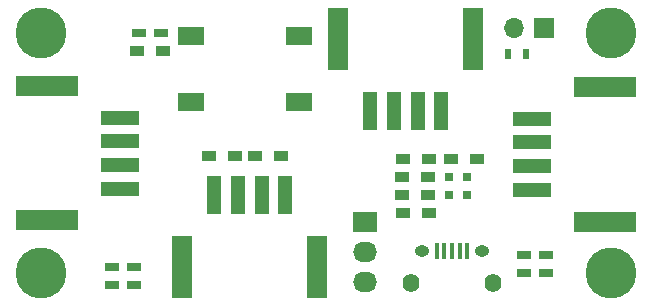
<source format=gts>
G04 #@! TF.FileFunction,Soldermask,Top*
%FSLAX46Y46*%
G04 Gerber Fmt 4.6, Leading zero omitted, Abs format (unit mm)*
G04 Created by KiCad (PCBNEW 4.0.6) date Fri Jul  7 23:07:04 2017*
%MOMM*%
%LPD*%
G01*
G04 APERTURE LIST*
%ADD10C,0.090000*%
%ADD11R,3.200400X1.206500*%
%ADD12R,5.299964X1.700022*%
%ADD13C,4.318000*%
%ADD14R,1.200000X0.750000*%
%ADD15R,2.032000X1.727200*%
%ADD16O,2.032000X1.727200*%
%ADD17R,0.400000X1.350000*%
%ADD18O,1.250000X0.950000*%
%ADD19O,1.422400X1.550000*%
%ADD20R,1.200000X0.900000*%
%ADD21R,2.180000X1.600000*%
%ADD22R,0.797560X0.797560*%
%ADD23R,1.206500X3.200400*%
%ADD24R,1.700022X5.299964*%
%ADD25R,1.700000X1.700000*%
%ADD26O,1.700000X1.700000*%
%ADD27R,0.500000X0.900000*%
G04 APERTURE END LIST*
D10*
D11*
X153342340Y-110456980D03*
X153342340Y-108456984D03*
X153342340Y-106456988D03*
X153342340Y-104456992D03*
D12*
X159512000Y-113157000D03*
X159512000Y-101756972D03*
D13*
X111760000Y-117475000D03*
X111760000Y-97155000D03*
X160020000Y-97155000D03*
D14*
X119634000Y-118491000D03*
X117734000Y-118491000D03*
X119629000Y-116967000D03*
X117729000Y-116967000D03*
X121920000Y-97155000D03*
X120020000Y-97155000D03*
X152654000Y-117475000D03*
X154554000Y-117475000D03*
X152654000Y-115951000D03*
X154554000Y-115951000D03*
D15*
X139192000Y-113157000D03*
D16*
X139192000Y-115697000D03*
X139192000Y-118237000D03*
D17*
X145257100Y-115658460D03*
X145907100Y-115658460D03*
X146557100Y-115658460D03*
X147207100Y-115658460D03*
X147857100Y-115658460D03*
D18*
X144057100Y-115658460D03*
X149057100Y-115658460D03*
D19*
X143057100Y-118358460D03*
X150057100Y-118358460D03*
D20*
X128184000Y-107569000D03*
X125984000Y-107569000D03*
X146474000Y-107823000D03*
X148674000Y-107823000D03*
X129880000Y-107569000D03*
X132080000Y-107569000D03*
X144610000Y-107823000D03*
X142410000Y-107823000D03*
X142410000Y-112395000D03*
X144610000Y-112395000D03*
X122047000Y-98679000D03*
X119847000Y-98679000D03*
X144526000Y-109347000D03*
X142326000Y-109347000D03*
X144546500Y-110871000D03*
X142346500Y-110871000D03*
D21*
X124429570Y-97406680D03*
X133634430Y-97411320D03*
X124429570Y-102994680D03*
X133634430Y-102999320D03*
D13*
X160020000Y-117475000D03*
D22*
X146316700Y-109347000D03*
X147815300Y-109347000D03*
X146316700Y-110871000D03*
X147815300Y-110871000D03*
D23*
X126427992Y-110871000D03*
X128427988Y-110871000D03*
X130427984Y-110871000D03*
X132427980Y-110871000D03*
D24*
X123727972Y-117040660D03*
X135128000Y-117040660D03*
D23*
X145635980Y-103832660D03*
X143635984Y-103832660D03*
X141635988Y-103832660D03*
X139635992Y-103832660D03*
D24*
X148336000Y-97663000D03*
X136935972Y-97663000D03*
D11*
X118437660Y-104363012D03*
X118437660Y-106363008D03*
X118437660Y-108363004D03*
X118437660Y-110363000D03*
D12*
X112268000Y-101662992D03*
X112268000Y-113063020D03*
D25*
X154330400Y-96774000D03*
D26*
X151790400Y-96774000D03*
D27*
X151306400Y-99009200D03*
X152806400Y-99009200D03*
M02*

</source>
